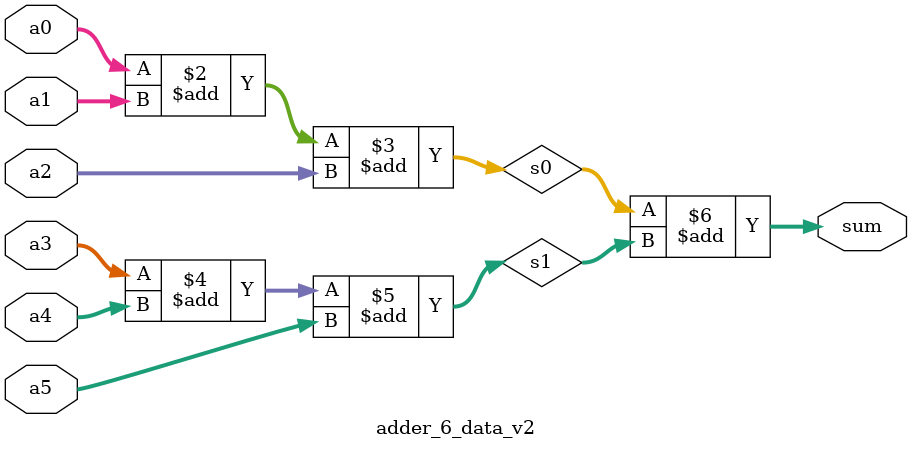
<source format=sv>
module adder_6_data_v2
#(
  parameter DIW = 8,
  parameter DOW = DIW + 3
)
(
  input logic signed [DIW - 1 : 0] a0, a1, a2,
  input logic signed [DIW - 1 : 0] a3, a4, a5,
  output logic signed [DOW - 1 : 0] sum
);

  logic signed [DIW + 1 : 0] s0, s1;

  always_comb begin
    s0 = a0 + a1 + a2;
    s1 = a3 + a4 + a5;
    sum = s0 + s1;
  end
endmodule

</source>
